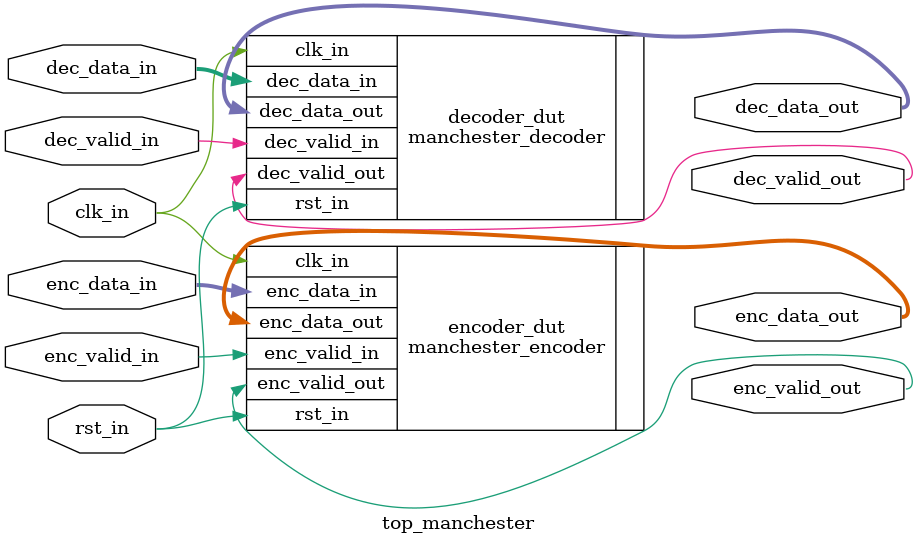
<source format=sv>
module top_manchester #(
    parameter N = 8  // Default width of input and output data
) (
    input  logic clk_in,          // Clock input
    input  logic rst_in,          // Active high reset input
    // Encoder Signals
    input  logic enc_valid_in,        // Input valid signal
    input  logic [N-1:0] enc_data_in, // N-bit input data
    output logic enc_valid_out,       // output valid signal
    output logic [2*N-1:0] enc_data_out, // 2*N-bit encoder output data
    
    // Decoder Signals
    input  logic dec_valid_in,        // Input valid signal
    input  logic [2*N-1:0] dec_data_in, // 2*N-bit input data
    output logic dec_valid_out,       // Output valid signal
    output logic [N-1:0] dec_data_out // N-bit output decoded data
);

    // Instantiate the Manchester encoder module
    manchester_encoder #(
        .N(N)
    ) encoder_dut (
        .clk_in(clk_in),
        .rst_in(rst_in),
        .enc_valid_in(enc_valid_in),
        .enc_data_in(enc_data_in),
        .enc_valid_out(enc_valid_out),
        .enc_data_out(enc_data_out)
    );

    // Instantiate the Manchester decoder module
    manchester_decoder #(
        .N(N)
    ) decoder_dut (
        .clk_in(clk_in),
        .rst_in(rst_in),
        .dec_valid_in(dec_valid_in),
        .dec_data_in(dec_data_in),
        .dec_valid_out(dec_valid_out),
        .dec_data_out(dec_data_out)
    );

endmodule
</source>
